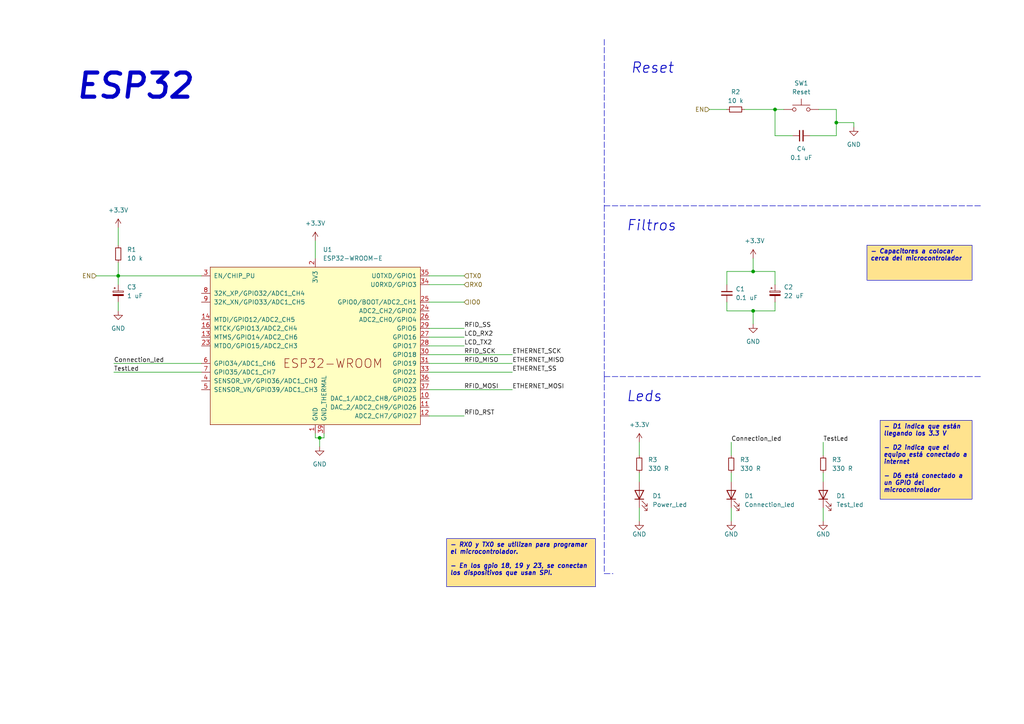
<source format=kicad_sch>
(kicad_sch (version 20230121) (generator eeschema)
  (paper "A4")
  (lib_symbols
    (symbol "Device:C_Polarized_Small" (pin_numbers hide) (pin_names (offset 0.254) hide)
      (property "Reference" "C" (at 0.254 1.778 0))
      (property "Value" "C_Polarized_Small" (at 0.254 -2.032 0))
      (symbol "C_Polarized_Small_0_1"
        (rectangle (start -1.524 -0.3048) (end 1.524 -0.6858) (fill (type outline)))
        (rectangle (start -1.524 0.6858) (end 1.524 0.3048))
        (polyline (pts (xy -1.27 1.524) (xy -0.762 1.524)))
        (polyline (pts (xy -1.016 1.27) (xy -1.016 1.778)))
      )
      (symbol "C_Polarized_Small_1_1"
        (pin passive line (at 0 2.54 270) (length 1.8542) (name "~") (number "1"))
        (pin passive line (at 0 -2.54 90) (length 1.8542) (name "~") (number "2"))
      )
    )
    (symbol "Device:C_Small" (pin_numbers hide) (pin_names (offset 0.254) hide)
      (property "Reference" "C" (at 0.254 1.778 0))
      (property "Value" "C_Small" (at 0.254 -2.032 0))
      (symbol "C_Small_0_1"
        (polyline (pts (xy -1.524 -0.508) (xy 1.524 -0.508)) (stroke (width 0.3302)))
        (polyline (pts (xy -1.524 0.508) (xy 1.524 0.508)) (stroke (width 0.3048)))
      )
      (symbol "C_Small_1_1"
        (pin passive line (at 0 2.54 270) (length 2.032) (name "~") (number "1"))
        (pin passive line (at 0 -2.54 90) (length 2.032) (name "~") (number "2"))
      )
    )
    (symbol "Device:LED" (pin_numbers hide) (pin_names (offset 1.016) hide)
      (property "Reference" "D" (at 0 2.54 0))
      (property "Value" "LED" (at 0 -2.54 0))
      (symbol "LED_0_1"
        (polyline (pts (xy -1.27 -1.27) (xy -1.27 1.27)) (stroke (width 0.254)))
        (polyline (pts (xy -1.27 0) (xy 1.27 0)))
        (polyline (pts (xy 1.27 -1.27) (xy 1.27 1.27) (xy -1.27 0) (xy 1.27 -1.27)) (stroke (width 0.254)))
        (polyline (pts (xy -3.048 -0.762) (xy -4.572 -2.286) (xy -3.81 -2.286) (xy -4.572 -2.286) (xy -4.572 -1.524)))
        (polyline (pts (xy -1.778 -0.762) (xy -3.302 -2.286) (xy -2.54 -2.286) (xy -3.302 -2.286) (xy -3.302 -1.524)))
      )
      (symbol "LED_1_1"
        (pin passive line (at -3.81 0 0) (length 2.54) (name "K") (number "1"))
        (pin passive line (at 3.81 0 180) (length 2.54) (name "A") (number "2"))
      )
    )
    (symbol "Device:R_Small" (pin_numbers hide) (pin_names (offset 0.254) hide)
      (property "Reference" "R" (at 0.762 0.508 0))
      (property "Value" "R_Small" (at 0.762 -1.016 0))
      (symbol "R_Small_0_1"
        (rectangle (start -0.762 1.778) (end 0.762 -1.778) (stroke (width 0.2032)))
      )
      (symbol "R_Small_1_1"
        (pin passive line (at 0 2.54 270) (length 0.762) (name "~") (number "1"))
        (pin passive line (at 0 -2.54 90) (length 0.762) (name "~") (number "2"))
      )
    )
    (symbol "PCM_Espressif:ESP32-WROOM-E" (pin_names (offset 1.016))
      (property "Reference" "U" (at -30.48 27.94 0))
      (property "Value" "ESP32-WROOM-E" (at -30.48 25.4 0))
      (symbol "ESP32-WROOM-E_0_1"
        (rectangle (start -30.48 22.86) (end 30.48 -22.86) (fill (type background)))
      )
      (symbol "ESP32-WROOM-E_1_1"
        (text "ESP32-­WROOM­" (at 5.08 -5.08 0) (effects (font (size 2.54 2.54))))
        (pin power_in line (at 0 -25.4 90) (length 2.54) (name "GND") (number "1"))
        (pin bidirectional line (at 33.02 -15.24 180) (length 2.54) (name "DAC_1/ADC2_CH8/GPIO25") (number "10"))
        (pin bidirectional line (at 33.02 -17.78 180) (length 2.54) (name "DAC_2/ADC2_CH9/GPIO26") (number "11"))
        (pin bidirectional line (at 33.02 -20.32 180) (length 2.54) (name "ADC2_CH7/GPIO27") (number "12"))
        (pin bidirectional line (at -33.02 2.54 0) (length 2.54) (name "MTMS/GPIO14/ADC2_CH6") (number "13"))
        (pin bidirectional line (at -33.02 7.62 0) (length 2.54) (name "MTDI/GPIO12/ADC2_CH5") (number "14"))
        (pin passive line (at 0 -25.4 90) (length 2.54) hide (name "GND") (number "15"))
        (pin bidirectional line (at -33.02 5.08 0) (length 2.54) (name "MTCK/GPIO13/ADC2_CH4") (number "16"))
        (pin power_in line (at 0 25.4 270) (length 2.54) (name "3V3") (number "2"))
        (pin bidirectional line (at -33.02 0 0) (length 2.54) (name "MTDO/GPIO15/ADC2_CH3") (number "23"))
        (pin bidirectional line (at 33.02 10.16 180) (length 2.54) (name "ADC2_CH2/GPIO2") (number "24"))
        (pin bidirectional line (at 33.02 12.7 180) (length 2.54) (name "GPIO0/BOOT/ADC2_CH1") (number "25"))
        (pin bidirectional line (at 33.02 7.62 180) (length 2.54) (name "ADC2_CH0/GPIO4") (number "26"))
        (pin bidirectional line (at 33.02 2.54 180) (length 2.54) (name "GPIO16") (number "27"))
        (pin bidirectional line (at 33.02 0 180) (length 2.54) (name "GPIO17") (number "28"))
        (pin bidirectional line (at 33.02 5.08 180) (length 2.54) (name "GPIO5") (number "29"))
        (pin input line (at -33.02 20.32 0) (length 2.54) (name "EN/CHIP_PU") (number "3"))
        (pin bidirectional line (at 33.02 -2.54 180) (length 2.54) (name "GPIO18") (number "30"))
        (pin bidirectional line (at 33.02 -5.08 180) (length 2.54) (name "GPIO19") (number "31"))
        (pin bidirectional line (at 33.02 -7.62 180) (length 2.54) (name "GPIO21") (number "33"))
        (pin bidirectional line (at 33.02 17.78 180) (length 2.54) (name "U0RXD/GPIO3") (number "34"))
        (pin bidirectional line (at 33.02 20.32 180) (length 2.54) (name "U0TXD/GPIO1") (number "35"))
        (pin bidirectional line (at 33.02 -10.16 180) (length 2.54) (name "GPIO22") (number "36"))
        (pin bidirectional line (at 33.02 -12.7 180) (length 2.54) (name "GPIO23") (number "37"))
        (pin passive line (at 0 -25.4 90) (length 2.54) hide (name "GND") (number "38"))
        (pin power_in line (at 2.54 -25.4 90) (length 2.54) (name "GND_THERMAL") (number "39"))
        (pin input line (at -33.02 -10.16 0) (length 2.54) (name "SENSOR_VP/GPIO36/ADC1_CH0") (number "4"))
        (pin input line (at -33.02 -12.7 0) (length 2.54) (name "SENSOR_VN/GPIO39/ADC1_CH3") (number "5"))
        (pin input line (at -33.02 -5.08 0) (length 2.54) (name "GPIO34/ADC1_CH6") (number "6"))
        (pin input line (at -33.02 -7.62 0) (length 2.54) (name "GPIO35/ADC1_CH7") (number "7"))
        (pin bidirectional line (at -33.02 15.24 0) (length 2.54) (name "32K_XP/GPIO32/ADC1_CH4") (number "8"))
        (pin bidirectional line (at -33.02 12.7 0) (length 2.54) (name "32K_XN/GPIO33/ADC1_CH5") (number "9"))
      )
    )
    (symbol "Switch:SW_Push" (pin_numbers hide) (pin_names (offset 1.016) hide)
      (property "Reference" "SW" (at 1.27 2.54 0))
      (property "Value" "SW_Push" (at 0 -1.524 0))
      (symbol "SW_Push_0_1"
        (circle (center -2.032 0) (radius 0.508))
        (polyline (pts (xy 0 1.27) (xy 0 3.048)))
        (polyline (pts (xy 2.54 1.27) (xy -2.54 1.27)))
        (circle (center 2.032 0) (radius 0.508))
        (pin passive line (at -5.08 0 0) (length 2.54) (name "1") (number "1"))
        (pin passive line (at 5.08 0 180) (length 2.54) (name "2") (number "2"))
      )
    )
    (symbol "power:+3.3V" (power) (pin_names (offset 0))
      (property "Value" "+3.3V" (at 0 3.556 0))
      (symbol "+3.3V_0_1"
        (polyline (pts (xy -0.762 1.27) (xy 0 2.54)))
        (polyline (pts (xy 0 0) (xy 0 2.54)))
        (polyline (pts (xy 0 2.54) (xy 0.762 1.27)))
      )
      (symbol "+3.3V_1_1"
        (pin power_in line (at 0 0 90) (length 0) hide (name "+3.3V") (number "1"))
      )
    )
    (symbol "power:GND" (power) (pin_names (offset 0))
      (property "Value" "GND" (at 0 -3.81 0))
      (symbol "GND_0_1"
        (polyline (pts (xy 0 0) (xy 0 -1.27) (xy 1.27 -1.27) (xy 0 -2.54) (xy -1.27 -1.27) (xy 0 -1.27)))
      )
      (symbol "GND_1_1"
        (pin power_in line (at 0 0 270) (length 0) hide (name "GND") (number "1"))
      )
    )
  )
  (junction (at 218.44 90.17))
  (junction (at 34.29 80.01))
  (junction (at 224.79 31.75))
  (junction (at 92.71 127))
  (junction (at 218.44 78.74))
  (junction (at 242.57 35.56))
  (wire (pts (xy 238.76 137.16) (xy 238.76 139.7)))
  (wire (pts (xy 242.57 31.75) (xy 242.57 35.56)))
  (wire (pts (xy 205.74 31.75) (xy 210.82 31.75)))
  (wire (pts (xy 33.02 105.41) (xy 58.42 105.41)))
  (wire (pts (xy 124.46 113.03) (xy 148.59 113.03)))
  (wire (pts (xy 218.44 90.17) (xy 218.44 93.98)))
  (wire (pts (xy 185.42 128.27) (xy 185.42 132.08)))
  (wire (pts (xy 210.82 78.74) (xy 210.82 82.55)))
  (polyline (pts (xy 175.26 109.22) (xy 175.26 166.37)) (stroke (width 0) (type dash)))
  (wire (pts (xy 224.79 31.75) (xy 227.33 31.75)))
  (wire (pts (xy 34.29 66.04) (xy 34.29 71.12)))
  (wire (pts (xy 218.44 78.74) (xy 224.79 78.74)))
  (wire (pts (xy 91.44 69.85) (xy 91.44 74.93)))
  (wire (pts (xy 124.46 100.33) (xy 134.62 100.33)))
  (polyline (pts (xy 175.26 166.37) (xy 177.8 166.37)) (stroke (width 0) (type dash)))
  (polyline (pts (xy 175.26 11.43) (xy 175.26 59.69)) (stroke (width 0) (type dash)))
  (wire (pts (xy 91.44 127) (xy 92.71 127)))
  (wire (pts (xy 218.44 90.17) (xy 224.79 90.17)))
  (polyline (pts (xy 175.26 59.69) (xy 284.48 59.69)) (stroke (width 0) (type dash)))
  (wire (pts (xy 124.46 107.95) (xy 148.59 107.95)))
  (wire (pts (xy 93.98 127) (xy 93.98 125.73)))
  (wire (pts (xy 210.82 90.17) (xy 218.44 90.17)))
  (wire (pts (xy 224.79 78.74) (xy 224.79 82.55)))
  (wire (pts (xy 124.46 120.65) (xy 134.62 120.65)))
  (wire (pts (xy 124.46 102.87) (xy 148.59 102.87)))
  (polyline (pts (xy 175.26 59.69) (xy 175.26 109.22)) (stroke (width 0) (type dash)))
  (wire (pts (xy 34.29 76.2) (xy 34.29 80.01)))
  (wire (pts (xy 247.65 36.83) (xy 247.65 35.56)))
  (wire (pts (xy 247.65 35.56) (xy 242.57 35.56)))
  (wire (pts (xy 33.02 107.95) (xy 58.42 107.95)))
  (wire (pts (xy 238.76 147.32) (xy 238.76 151.13)))
  (wire (pts (xy 212.09 147.32) (xy 212.09 151.13)))
  (wire (pts (xy 34.29 87.63) (xy 34.29 90.17)))
  (wire (pts (xy 124.46 87.63) (xy 134.62 87.63)))
  (polyline (pts (xy 175.26 109.22) (xy 284.48 109.22)) (stroke (width 0) (type dash)))
  (wire (pts (xy 92.71 127) (xy 93.98 127)))
  (wire (pts (xy 212.09 128.27) (xy 212.09 132.08)))
  (wire (pts (xy 242.57 39.37) (xy 234.95 39.37)))
  (wire (pts (xy 210.82 78.74) (xy 218.44 78.74)))
  (wire (pts (xy 229.87 39.37) (xy 224.79 39.37)))
  (wire (pts (xy 210.82 87.63) (xy 210.82 90.17)))
  (wire (pts (xy 212.09 137.16) (xy 212.09 139.7)))
  (wire (pts (xy 34.29 80.01) (xy 34.29 82.55)))
  (wire (pts (xy 91.44 125.73) (xy 91.44 127)))
  (wire (pts (xy 185.42 137.16) (xy 185.42 139.7)))
  (wire (pts (xy 124.46 95.25) (xy 134.62 95.25)))
  (wire (pts (xy 124.46 80.01) (xy 134.62 80.01)))
  (wire (pts (xy 34.29 80.01) (xy 58.42 80.01)))
  (wire (pts (xy 224.79 90.17) (xy 224.79 87.63)))
  (wire (pts (xy 92.71 127) (xy 92.71 129.54)))
  (wire (pts (xy 242.57 35.56) (xy 242.57 39.37)))
  (wire (pts (xy 27.94 80.01) (xy 34.29 80.01)))
  (wire (pts (xy 224.79 39.37) (xy 224.79 31.75)))
  (wire (pts (xy 124.46 97.79) (xy 134.62 97.79)))
  (wire (pts (xy 237.49 31.75) (xy 242.57 31.75)))
  (wire (pts (xy 215.9 31.75) (xy 224.79 31.75)))
  (wire (pts (xy 218.44 74.93) (xy 218.44 78.74)))
  (wire (pts (xy 124.46 82.55) (xy 134.62 82.55)))
  (wire (pts (xy 185.42 147.32) (xy 185.42 151.13)))
  (wire (pts (xy 238.76 128.27) (xy 238.76 132.08)))
  (wire (pts (xy 124.46 105.41) (xy 148.59 105.41)))
  (text_box "- RX0 y TX0 se utilizan para programar el microcontrolador.\n\n- En los gpio 18, 19 y 23, se conectan los dispositivos que usan SPI." (at 129.54 156.21 0) (size 43.18 13.97) (fill (type color) (color 255 227 142 1)) (effects (font (size 1.27 1.27) bold italic) (justify left top)))
  (text_box "- Capacitores a colocar cerca del microcontrolador" (at 251.46 71.12 0) (size 30.48 10.16) (fill (type color) (color 255 227 142 1)) (effects (font (size 1.27 1.27) bold italic) (justify left top)))
  (text_box "- D1 indica que están llegando los 3.3 V\n\n- D2 indica que el equipo está conectado a internet\n\n- D6 está conectado a un GPIO del microcontrolador\n" (at 255.27 121.92 0) (size 26.67 22.86) (fill (type color) (color 255 227 142 1)) (effects (font (size 1.27 1.27) bold italic) (justify left top)))
  (text "Leds" (at 181.61 116.84 0) (effects (font (size 3 3) (thickness 0.254) bold italic) (justify left bottom)))
  (text "ESP32" (at 21.59 29.21 0) (effects (font (size 7 7) (thickness 1.2) bold italic) (justify left bottom)))
  (text "Filtros" (at 181.61 67.31 0) (effects (font (size 3 3) (thickness 0.254) bold italic) (justify left bottom)))
  (text "Reset" (at 182.88 21.59 0) (effects (font (size 3 3) (thickness 0.254) bold italic) (justify left bottom)))
  (label "TestLed" (at 238.76 128.27 0))
  (label "ETHERNET_SCK" (at 148.59 102.87 0))
  (label "RFID_SCK" (at 134.62 102.87 0))
  (label "RFID_RST" (at 134.62 120.65 0))
  (label "RFID_MISO" (at 134.62 105.41 0))
  (label "ETHERNET_MISO" (at 148.59 105.41 0))
  (label "LCD_TX2" (at 134.62 100.33 0))
  (label "ETHERNET_SS" (at 148.59 107.95 0))
  (label "Connection_led" (at 212.09 128.27 0))
  (label "RFID_MOSI" (at 134.62 113.03 0))
  (label "ETHERNET_MOSI" (at 148.59 113.03 0))
  (label "Connection_led" (at 33.02 105.41 0))
  (label "LCD_RX2" (at 134.62 97.79 0))
  (label "RFID_SS" (at 134.62 95.25 0))
  (label "TestLed" (at 33.02 107.95 0))
  (hierarchical_label "EN" (shape input) (at 205.74 31.75 180))
  (hierarchical_label "RX0" (shape input) (at 134.62 82.55 0))
  (hierarchical_label "EN" (shape input) (at 27.94 80.01 180))
  (hierarchical_label "IO0" (shape input) (at 134.62 87.63 0))
  (hierarchical_label "TX0" (shape input) (at 134.62 80.01 0))
  (symbol (lib_id "power:GND") (at 92.71 129.54 0) (unit 1)
    (property "Reference" "#PWR01" (effects hide))
    (property "Value" "GND" (at 92.71 134.62 0))
    (instances (project "Microcontroller_board" (path "" (reference "#PWR01") (unit 1)) (path "" (reference "#PWR05") (unit 1))))
  )
  (symbol (lib_id "Device:C_Polarized_Small") (at 34.29 85.09 0) (unit 1)
    (property "Reference" "C3" (at 36.83 83.2739 0) (effects (justify left)))
    (property "Value" "1 uF" (at 36.83 85.8139 0) (effects (justify left)))
    (instances (project "Microcontroller_board" (path "" (reference "C3") (unit 1)) (path "" (reference "C1") (unit 1))))
  )
  (symbol (lib_id "Switch:SW_Push") (at 232.41 31.75 0) (unit 1)
    (property "Reference" "SW1" (at 232.41 24.13 0))
    (property "Value" "Reset" (at 232.41 26.67 0))
  )
  (symbol (lib_id "Device:LED") (at 212.09 143.51 90) (unit 1)
    (property "Reference" "D1" (at 215.9 143.8275 90) (effects (justify right)))
    (property "Value" "Connection_led" (at 215.9 146.3675 90) (effects (justify right)))
    (instances (project "Microcontroller_board" (path "" (reference "D1") (unit 1)) (path "" (reference "D2") (unit 1))))
  )
  (symbol (lib_id "power:+3.3V") (at 218.44 74.93 0) (unit 1)
    (property "Reference" "#PWR06" (effects hide))
    (property "Value" "+3.3V" (at 215.9 69.85 0) (effects (justify left)))
  )
  (symbol (lib_id "Device:R_Small") (at 238.76 134.62 0) (unit 1)
    (property "Reference" "R3" (at 241.3 133.35 0) (effects (justify left)))
    (property "Value" "330 R" (at 241.3 135.89 0) (effects (justify left)))
    (instances (project "Microcontroller_board" (path "" (reference "R3") (unit 1)) (path "" (reference "R5") (unit 1))))
  )
  (symbol (lib_id "Device:C_Polarized_Small") (at 224.79 85.09 0) (unit 1)
    (property "Reference" "C2" (at 227.33 83.2739 0) (effects (justify left)))
    (property "Value" "22 uF" (at 227.33 85.8139 0) (effects (justify left)))
    (instances (project "Microcontroller_board" (path "" (reference "C2") (unit 1)) (path "" (reference "C4") (unit 1))))
  )
  (symbol (lib_id "power:GND") (at 212.09 151.13 0) (unit 1)
    (property "Reference" "#PWR08" (effects hide))
    (property "Value" "GND" (at 212.09 154.94 0))
    (instances (project "Microcontroller_board" (path "" (reference "#PWR08") (unit 1)) (path "" (reference "#PWR019") (unit 1))))
  )
  (symbol (lib_id "power:+3.3V") (at 34.29 66.04 0) (unit 1)
    (property "Reference" "#PWR04" (effects hide))
    (property "Value" "+3.3V" (at 34.29 60.96 0))
    (instances (project "Microcontroller_board" (path "" (reference "#PWR04") (unit 1)) (path "" (reference "#PWR01") (unit 1))))
  )
  (symbol (lib_id "power:GND") (at 34.29 90.17 0) (unit 1)
    (property "Reference" "#PWR05" (effects hide))
    (property "Value" "GND" (at 34.29 95.25 0))
    (instances (project "Microcontroller_board" (path "" (reference "#PWR05") (unit 1)) (path "" (reference "#PWR02") (unit 1))))
  )
  (symbol (lib_id "power:+3.3V") (at 185.42 128.27 0) (unit 1)
    (property "Reference" "#PWR09" (effects hide))
    (property "Value" "+3.3V" (at 185.42 123.19 0))
    (instances (project "Microcontroller_board" (path "" (reference "#PWR09") (unit 1)) (path "" (reference "#PWR08") (unit 1))))
  )
  (symbol (lib_id "Device:C_Small") (at 232.41 39.37 90) (unit 1)
    (property "Reference" "C4" (at 232.41 43.18 90))
    (property "Value" "0.1 uF" (at 232.41 45.72 90))
    (instances (project "Microcontroller_board" (path "" (reference "C4") (unit 1)) (path "" (reference "C2") (unit 1))))
  )
  (symbol (lib_id "power:GND") (at 185.42 151.13 0) (unit 1)
    (property "Reference" "#PWR08" (effects hide))
    (property "Value" "GND" (at 185.42 154.94 0))
    (instances (project "Microcontroller_board" (path "" (reference "#PWR08") (unit 1)) (path "" (reference "#PWR09") (unit 1))))
  )
  (symbol (lib_id "power:+3.3V") (at 91.44 69.85 0) (unit 1)
    (property "Reference" "#PWR03" (effects hide))
    (property "Value" "+3.3V" (at 91.44 64.77 0))
    (instances (project "Microcontroller_board" (path "" (reference "#PWR03") (unit 1)) (path "" (reference "#PWR04") (unit 1))))
  )
  (symbol (lib_id "Device:LED") (at 238.76 143.51 90) (unit 1)
    (property "Reference" "D1" (at 242.57 143.8275 90) (effects (justify right)))
    (property "Value" "Test_led" (at 242.57 146.3675 90) (effects (justify right)))
    (instances (project "Microcontroller_board" (path "" (reference "D1") (unit 1)) (path "" (reference "D6") (unit 1))))
  )
  (symbol (lib_id "Device:C_Small") (at 210.82 85.09 0) (unit 1)
    (property "Reference" "C1" (at 213.36 83.8263 0) (effects (justify left)))
    (property "Value" "0.1 uF" (at 213.36 86.3663 0) (effects (justify left)))
    (instances (project "Microcontroller_board" (path "" (reference "C1") (unit 1)) (path "" (reference "C3") (unit 1))))
  )
  (symbol (lib_id "Device:R_Small") (at 185.42 134.62 0) (unit 1)
    (property "Reference" "R3" (at 187.96 133.35 0) (effects (justify left)))
    (property "Value" "330 R" (at 187.96 135.89 0) (effects (justify left)))
  )
  (symbol (lib_id "Device:R_Small") (at 34.29 73.66 0) (unit 1)
    (property "Reference" "R1" (at 36.83 72.39 0) (effects (justify left)))
    (property "Value" "10 k" (at 36.83 74.93 0) (effects (justify left)))
  )
  (symbol (lib_id "Device:LED") (at 185.42 143.51 90) (unit 1)
    (property "Reference" "D1" (at 189.23 143.8275 90) (effects (justify right)))
    (property "Value" "Power_Led" (at 189.23 146.3675 90) (effects (justify right)))
  )
  (symbol (lib_id "Device:R_Small") (at 212.09 134.62 0) (unit 1)
    (property "Reference" "R3" (at 214.63 133.35 0) (effects (justify left)))
    (property "Value" "330 R" (at 214.63 135.89 0) (effects (justify left)))
    (instances (project "Microcontroller_board" (path "" (reference "R3") (unit 1)) (path "" (reference "R4") (unit 1))))
  )
  (symbol (lib_id "power:GND") (at 238.76 151.13 0) (unit 1)
    (property "Reference" "#PWR08" (effects hide))
    (property "Value" "GND" (at 238.76 154.94 0))
    (instances (project "Microcontroller_board" (path "" (reference "#PWR08") (unit 1)) (path "" (reference "#PWR018") (unit 1))))
  )
  (symbol (lib_id "Device:R_Small") (at 213.36 31.75 90) (unit 1)
    (property "Reference" "R2" (at 213.36 26.67 90))
    (property "Value" "10 k" (at 213.36 29.21 90))
  )
  (symbol (lib_id "PCM_Espressif:ESP32-WROOM-E") (at 91.44 100.33 0) (unit 1)
    (property "Reference" "U1" (at 93.6341 72.39 0) (effects (justify left)))
    (property "Value" "ESP32-WROOM-E" (at 93.6341 74.93 0) (effects (justify left)))
    (property "Footprint" "PCM_Espressif:ESP32-WROOM-32E" (effects hide))
    (property "Datasheet" "https://www.espressif.com/sites/default/files/documentation/esp32-wroom-32e_esp32-wroom-32ue_datasheet_en.pdf" (effects hide))
  )
  (symbol (lib_id "power:GND") (at 218.44 93.98 0) (unit 1)
    (property "Reference" "#PWR02" (effects hide))
    (property "Value" "GND" (at 218.44 99.06 0))
    (instances (project "Microcontroller_board" (path "" (reference "#PWR02") (unit 1)) (path "" (reference "#PWR07") (unit 1))))
  )
  (symbol (lib_id "power:GND") (at 247.65 36.83 0) (unit 1)
    (property "Reference" "#PWR07" (effects hide))
    (property "Value" "GND" (at 247.65 41.91 0))
    (instances (project "Microcontroller_board" (path "" (reference "#PWR07") (unit 1)) (path "" (reference "#PWR03") (unit 1))))
  )
)
</source>
